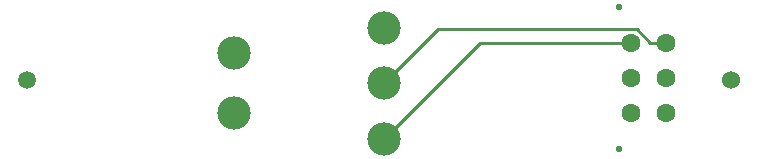
<source format=gbl>
G04*
G04 #@! TF.GenerationSoftware,Altium Limited,Altium Designer,21.6.4 (81)*
G04*
G04 Layer_Physical_Order=2*
G04 Layer_Color=16711680*
%FSLAX25Y25*%
%MOIN*%
G70*
G04*
G04 #@! TF.SameCoordinates,40B795BF-6EDD-478F-B4CC-B7A9BF3E8EBB*
G04*
G04*
G04 #@! TF.FilePolarity,Positive*
G04*
G01*
G75*
%ADD13C,0.01000*%
%ADD24C,0.06319*%
%ADD25C,0.02106*%
%ADD26C,0.06000*%
%ADD27C,0.05984*%
%ADD28C,0.11100*%
D13*
X611500Y181500D02*
X661689D01*
X579500Y149500D02*
X611500Y181500D01*
X668177D02*
X673500D01*
X663730Y185947D02*
X668177Y181500D01*
X597447Y185947D02*
X663730D01*
X579500Y168000D02*
X597447Y185947D01*
D24*
X673500Y157878D02*
D03*
Y169689D02*
D03*
Y181500D02*
D03*
X661689Y157878D02*
D03*
Y169689D02*
D03*
Y181500D02*
D03*
D25*
X657988Y146067D02*
D03*
Y193311D02*
D03*
D26*
X695000Y169000D02*
D03*
D27*
X460500D02*
D03*
D28*
X579500Y168000D02*
D03*
Y149500D02*
D03*
Y186500D02*
D03*
X529500Y178000D02*
D03*
Y158000D02*
D03*
M02*

</source>
